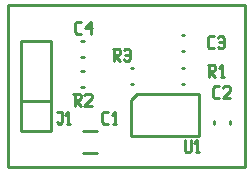
<source format=gbr>
G04 start of page 7 for group -4079 idx -4079 *
G04 Title: (unknown), topsilk *
G04 Creator: pcb 20110918 *
G04 CreationDate: Mon 01 Apr 2013 11:54:10 PM GMT UTC *
G04 For: railfan *
G04 Format: Gerber/RS-274X *
G04 PCB-Dimensions: 80000 55000 *
G04 PCB-Coordinate-Origin: lower left *
%MOIN*%
%FSLAX25Y25*%
%LNTOPSILK*%
%ADD39C,0.0100*%
G54D39*X500Y54500D02*Y500D01*
X79500Y54500D02*X500D01*
X79500Y500D02*Y54500D01*
X500Y500D02*X79500D01*
X25638Y5260D02*X30362D01*
X25638Y12740D02*X30362D01*
X41607Y33755D02*X42393D01*
X41607Y28245D02*X42393D01*
X69245Y15893D02*Y15107D01*
X74755Y15893D02*Y15107D01*
X64496Y25000D02*Y11000D01*
X43504Y25000D02*X64496D01*
X41504Y11000D02*Y23000D01*
X64496Y11000D02*X41504D01*
Y23000D02*X43504Y25000D01*
X58607Y44755D02*X59393D01*
X58607Y39245D02*X59393D01*
X58607Y28245D02*X59393D01*
X58607Y33755D02*X59393D01*
X25107Y37245D02*X25893D01*
X25107Y42755D02*X25893D01*
X25107Y32755D02*X25893D01*
X25107Y27245D02*X25893D01*
X5000Y22500D02*Y12500D01*
Y22500D02*X15000D01*
X5000Y12500D02*X15000D01*
X5000Y42500D02*Y12500D01*
Y42500D02*X15000D01*
Y12500D01*
X32500Y15000D02*X34000D01*
X32000Y15500D02*X32500Y15000D01*
X32000Y18500D02*Y15500D01*
Y18500D02*X32500Y19000D01*
X34000D01*
X35700Y15000D02*X36700D01*
X36200Y19000D02*Y15000D01*
X35200Y18000D02*X36200Y19000D01*
X35500Y40000D02*X37500D01*
X38000Y39500D01*
Y38500D01*
X37500Y38000D02*X38000Y38500D01*
X36000Y38000D02*X37500D01*
X36000Y40000D02*Y36000D01*
Y38000D02*X38000Y36000D01*
X39200Y39500D02*X39700Y40000D01*
X40700D01*
X41200Y39500D01*
Y36500D01*
X40700Y36000D02*X41200Y36500D01*
X39700Y36000D02*X40700D01*
X39200Y36500D02*X39700Y36000D01*
Y38000D02*X41200D01*
X69500Y23500D02*X71000D01*
X69000Y24000D02*X69500Y23500D01*
X69000Y27000D02*Y24000D01*
Y27000D02*X69500Y27500D01*
X71000D01*
X72200Y27000D02*X72700Y27500D01*
X74200D01*
X74700Y27000D01*
Y26000D01*
X72200Y23500D02*X74700Y26000D01*
X72200Y23500D02*X74700D01*
X59500Y9500D02*Y6000D01*
X60000Y5500D01*
X61000D01*
X61500Y6000D01*
Y9500D02*Y6000D01*
X63200Y5500D02*X64200D01*
X63700Y9500D02*Y5500D01*
X62700Y8500D02*X63700Y9500D01*
X67807Y40150D02*X69307D01*
X67307Y40650D02*X67807Y40150D01*
X67307Y43650D02*Y40650D01*
Y43650D02*X67807Y44150D01*
X69307D01*
X70507Y43650D02*X71007Y44150D01*
X72007D01*
X72507Y43650D01*
Y40650D01*
X72007Y40150D02*X72507Y40650D01*
X71007Y40150D02*X72007D01*
X70507Y40650D02*X71007Y40150D01*
Y42150D02*X72507D01*
X67307Y34650D02*X69307D01*
X69807Y34150D01*
Y33150D01*
X69307Y32650D02*X69807Y33150D01*
X67807Y32650D02*X69307D01*
X67807Y34650D02*Y30650D01*
Y32650D02*X69807Y30650D01*
X71507D02*X72507D01*
X72007Y34650D02*Y30650D01*
X71007Y33650D02*X72007Y34650D01*
X23500Y45000D02*X25000D01*
X23000Y45500D02*X23500Y45000D01*
X23000Y48500D02*Y45500D01*
Y48500D02*X23500Y49000D01*
X25000D01*
X26200Y47000D02*X28200Y49000D01*
X26200Y47000D02*X28700D01*
X28200Y49000D02*Y45000D01*
X22414Y25000D02*X24414D01*
X24914Y24500D01*
Y23500D01*
X24414Y23000D02*X24914Y23500D01*
X22914Y23000D02*X24414D01*
X22914Y25000D02*Y21000D01*
Y23000D02*X24914Y21000D01*
X26114Y24500D02*X26614Y25000D01*
X28114D01*
X28614Y24500D01*
Y23500D01*
X26114Y21000D02*X28614Y23500D01*
X26114Y21000D02*X28614D01*
X17000Y19000D02*X18500D01*
Y15500D01*
X18000Y15000D02*X18500Y15500D01*
X17500Y15000D02*X18000D01*
X17000Y15500D02*X17500Y15000D01*
X20200D02*X21200D01*
X20700Y19000D02*Y15000D01*
X19700Y18000D02*X20700Y19000D01*
M02*

</source>
